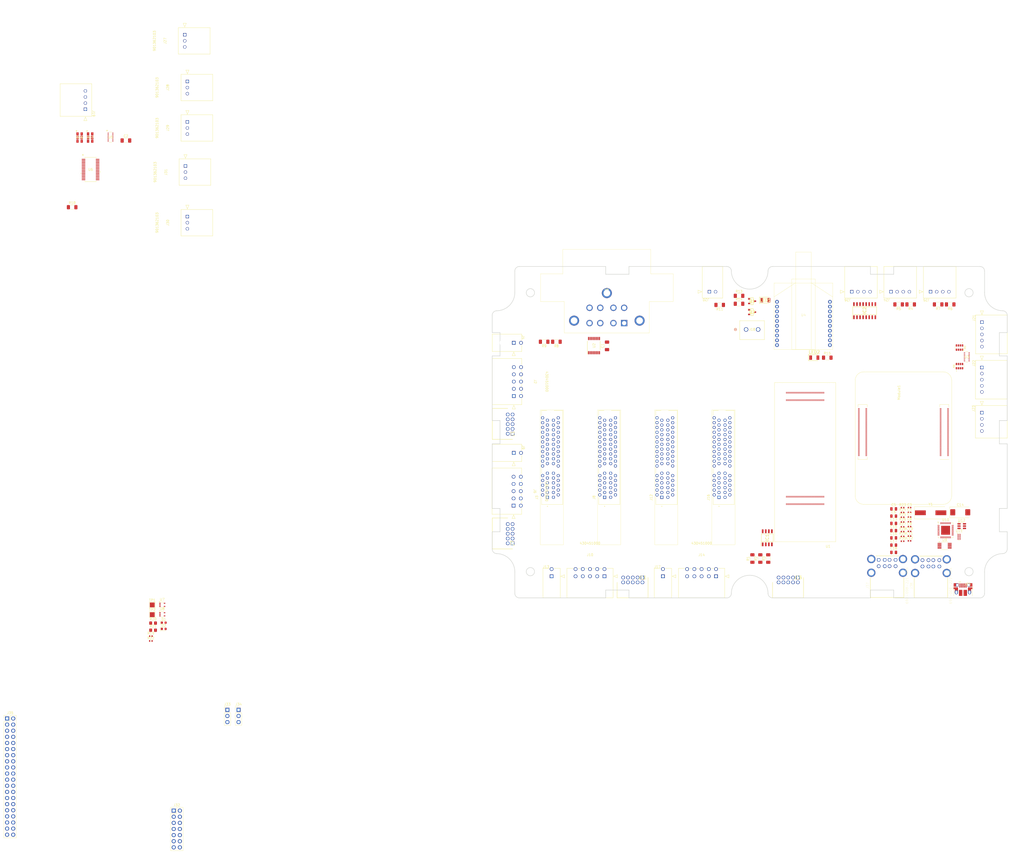
<source format=kicad_pcb>
(kicad_pcb (version 20240108) (generator "pcbnew") (generator_version "8.0")
  (layers (0 "F.Cu" signal) (31 "B.Cu" signal) (34 "B.Paste" user) (35 "F.Paste" user) (36 "B.SilkS" user "B.Silkscreen") (37 "F.SilkS" user "F.Silkscreen") (38 "B.Mask" user) (39 "F.Mask" user) (44 "Edge.Cuts" user))
  (net 0 "")
  (net 1 "/USB2-HUB/VBUS")
  (net 2 "Net-(D1-K)")
  (net 3 "Net-(D2-K)")
  (net 4 "GPIO4 RED LED")
  (net 5 "GPIO5 YELLOW LED")
  (net 6 "GPIO6 GREEN LED")
  (net 7 "H7_CAN1_TX")
  (net 8 "DVR_CAN_Hi_1")
  (net 9 "H7_CAN1_RX")
  (net 10 "DVR_CAN_Lo_1")
  (net 11 "DVR_C{slash}B+_1")
  (net 12 "DVR_A{slash}A+_1")
  (net 13 "DVR_+Vmot_1")
  (net 14 "DVR_+5VOUT_1")
  (net 15 "DVR_HALL1_1")
  (net 16 "DVR_HALL1_2")
  (net 17 "DVR_C{slash}B+_2")
  (net 18 "DVR_+Vmot_2")
  (net 19 "DVR_+5VOUT_2")
  (net 20 "DVR_A{slash}A+_2")
  (net 21 "DVR_HALL2_2")
  (net 22 "DVR_C{slash}B+_3")
  (net 23 "DVR_+5VOUT_3")
  (net 24 "DVR_AXISID2_3")
  (net 25 "DVR_BR{slash}B-_3")
  (net 26 "DVR_A{slash}A+_3")
  (net 27 "DVR_B{slash}A-_3")
  (net 28 "DVR_HALL3_3")
  (net 29 "DVR_OUT0_3")
  (net 30 "DVR_232TX_3")
  (net 31 "DVR_IN3{slash}LSN_3")
  (net 32 "DVR_OUT3{slash}READY_3")
  (net 33 "DVR_OUT2{slash}ERROR_3")
  (net 34 "DVR_+Vmot_3")
  (net 35 "DVR_B{slash}COS+_3")
  (net 36 "DVR_FDBK_3")
  (net 37 "DVR_REF_3")
  (net 38 "DVR_A{slash}SIN+_3")
  (net 39 "DVR_A-{slash}SIN-{slash}LH1_3")
  (net 40 "DVR_+Vlog_3")
  (net 41 "DVR_OUT1_3")
  (net 42 "DVR_AXISID1_3")
  (net 43 "DVR_Z+_3")
  (net 44 "DVR_IN1_3")
  (net 45 "DVR_AXISID0_3")
  (net 46 "DVR_HALL1_3")
  (net 47 "DVR_B-{slash}COS-{slash}LH2_3")
  (net 48 "DVR_232RX_3")
  (net 49 "DVR_Z-{slash}LH3_3")
  (net 50 "DVR_IN4{slash}ENABLE_3")
  (net 51 "DVR_IN0_3")
  (net 52 "DVR_IN2{slash}LSP_3")
  (net 53 "DVR_HALL2_3")
  (net 54 "DVR_C{slash}B+_4")
  (net 55 "DVR_+Vmot_4")
  (net 56 "DVR_HALL2_4")
  (net 57 "DVR_+5VOUT_4")
  (net 58 "DVR_A{slash}A+_4")
  (net 59 "DVR_HALL1_4")
  (net 60 "/CM4_GPIO ( Ethernet, GPIO, SDCARD)/GPIO13")
  (net 61 "/CM4_GPIO ( Ethernet, GPIO, SDCARD)/GPIO24")
  (net 62 "/CM4_GPIO ( Ethernet, GPIO, SDCARD)/GPIO7")
  (net 63 "/CM4_GPIO ( Ethernet, GPIO, SDCARD)/GPIO27")
  (net 64 "/CM4_GPIO ( Ethernet, GPIO, SDCARD)/GPIO3")
  (net 65 "/CM4_GPIO ( Ethernet, GPIO, SDCARD)/GPIO21")
  (net 66 "/CM4_GPIO ( Ethernet, GPIO, SDCARD)/GPIO26")
  (net 67 "RPI_GPIO_15_RX")
  (net 68 "/CM4_GPIO ( Ethernet, GPIO, SDCARD)/GPIO9")
  (net 69 "/CM4_GPIO ( Ethernet, GPIO, SDCARD)/GPIO4")
  (net 70 "/CM4_GPIO ( Ethernet, GPIO, SDCARD)/GPIO11")
  (net 71 "/CM4_GPIO ( Ethernet, GPIO, SDCARD)/GPIO20")
  (net 72 "/CM4_GPIO ( Ethernet, GPIO, SDCARD)/GPIO16")
  (net 73 "/CM4_GPIO ( Ethernet, GPIO, SDCARD)/GPIO8")
  (net 74 "/CM4_GPIO ( Ethernet, GPIO, SDCARD)/GPIO6")
  (net 75 "RPI_GPIO_14_TX")
  (net 76 "/CM4_GPIO ( Ethernet, GPIO, SDCARD)/GPIO22")
  (net 77 "/CM4_GPIO ( Ethernet, GPIO, SDCARD)/GPIO10")
  (net 78 "/CM4_GPIO ( Ethernet, GPIO, SDCARD)/ID_SC")
  (net 79 "/CM4_GPIO ( Ethernet, GPIO, SDCARD)/GPIO18")
  (net 80 "/CM4_GPIO ( Ethernet, GPIO, SDCARD)/GPIO17")
  (net 81 "/CM4_GPIO ( Ethernet, GPIO, SDCARD)/GPIO25")
  (net 82 "/CM4_GPIO ( Ethernet, GPIO, SDCARD)/GPIO23")
  (net 83 "/CM4_GPIO ( Ethernet, GPIO, SDCARD)/GPIO5")
  (net 84 "/CM4_GPIO ( Ethernet, GPIO, SDCARD)/GPIO19")
  (net 85 "/CM4_GPIO ( Ethernet, GPIO, SDCARD)/GPIO2")
  (net 86 "/CM4_GPIO ( Ethernet, GPIO, SDCARD)/GPIO12")
  (net 87 "/CM4_GPIO ( Ethernet, GPIO, SDCARD)/ID_SD")
  (net 88 "/CM4_GPIO ( Ethernet, GPIO, SDCARD)/WL_nDis")
  (net 89 "/CM4_GPIO ( Ethernet, GPIO, SDCARD)/BT_nDis")
  (net 90 "/CM4_GPIO ( Ethernet, GPIO, SDCARD)/RUN_PG")
  (net 91 "/CM4_GPIO ( Ethernet, GPIO, SDCARD)/GLOBAL_EN")
  (net 92 "/CM4_GPIO ( Ethernet, GPIO, SDCARD)/EEPROM_nWP")
  (net 93 "/CM4_GPIO ( Ethernet, GPIO, SDCARD)/nRPIBOOT")
  (net 94 "/CM4_GPIO ( Ethernet, GPIO, SDCARD)/SYNC_IN")
  (net 95 "/CM4_GPIO ( Ethernet, GPIO, SDCARD)/AIN1")
  (net 96 "/CM4_GPIO ( Ethernet, GPIO, SDCARD)/AIN0")
  (net 97 "/CM4_GPIO ( Ethernet, GPIO, SDCARD)/TV_OUT")
  (net 98 "/CM4_GPIO ( Ethernet, GPIO, SDCARD)/SYNC_OUT")
  (net 99 "Net-(Module1A-PI_nLED_Activity)")
  (net 100 "/CM4_GPIO ( Ethernet, GPIO, SDCARD)/nPWR_LED")
  (net 101 "/CM4_HighSpeed/USB2_N")
  (net 102 "/nEXTRST")
  (net 103 "/CM4_HighSpeed/USBOTG_ID")
  (net 104 "/CM4_HighSpeed/USB2_P")
  (net 105 "D0 STEPPER ENABLE")
  (net 106 "Net-(Q1-D)")
  (net 107 "ZIGBEE_IO")
  (net 108 "STEPPER_ENABLE")
  (net 109 "Net-(LED1-A)")
  (net 110 "CLAMP_C")
  (net 111 "BATT+")
  (net 112 "ENCODER1_PHASEB_IN")
  (net 113 "ENCODER1_PHASEB")
  (net 114 "ENCODER1_PHASEA")
  (net 115 "ENCODER1_PHASEZ_IN")
  (net 116 "ENCODER1_PHASEZ")
  (net 117 "H7_I2C0_SDA")
  (net 118 "H7_I2C0_SCL")
  (net 119 "ENCODER2_PHASEB")
  (net 120 "ENCODER2_PHASEB_IN")
  (net 121 "ENCODER2_PHASEA")
  (net 122 "ENCODER2_PHASEA_IN")
  (net 123 "ENCODER2_PHASEZ_IN")
  (net 124 "ENCODER2_PHASEZ")
  (net 125 "Net-(LED2-A)")
  (net 126 "/USB2-HUB/USBD_P")
  (net 127 "/USB2-HUB/USBD_N")
  (net 128 "/USB2-HUB/USBH_N")
  (net 129 "/USB2-HUB/USBH_P")
  (net 130 "/USB2-HUB/nOCS1")
  (net 131 "/USB2-HUB/PWR1")
  (net 132 "/USB2-HUB/HD2_N")
  (net 133 "/USB2-HUB/HD4_N")
  (net 134 "/USB2-HUB/HD3_P")
  (net 135 "/USB2-HUB/HD1_N")
  (net 136 "/USB2-HUB/HD3_N")
  (net 137 "/USB2-HUB/HD1_P")
  (net 138 "/USB2-HUB/HD4_P")
  (net 139 "/USB2-HUB/HD2_P")
  (net 140 "18V")
  (net 141 "3.3V")
  (net 142 "5V")
  (net 143 "24V")
  (net 144 "/CM4_HighSpeed/HDMI1_SCL")
  (net 145 "/CM4_HighSpeed/DSI0_D0_N")
  (net 146 "/CM4_HighSpeed/HDMI1_D1_P")
  (net 147 "/CM4_GPIO ( Ethernet, GPIO, SDCARD)/SD_DAT1")
  (net 148 "/CM4_HighSpeed/CAM1_D2_N")
  (net 149 "/CM4_HighSpeed/CAM0_D1_P")
  (net 150 "/CM4_HighSpeed/HDMI0_CK_N")
  (net 151 "/CM4_GPIO ( Ethernet, GPIO, SDCARD)/ETH_LEDY")
  (net 152 "/CM4_HighSpeed/DSI1_D1_N")
  (net 153 "/CM4_HighSpeed/HDMI0_SDA")
  (net 154 "/CM4_HighSpeed/HDMI1_D2_N")
  (net 155 "/CM4_HighSpeed/DSI1_D2_P")
  (net 156 "/CM4_HighSpeed/HDMI0_D0_N")
  (net 157 "/CM4_HighSpeed/CAM1_D3_P")
  (net 158 "/CM4_GPIO ( Ethernet, GPIO, SDCARD)/CAM_GPIO")
  (net 159 "/CM4_HighSpeed/PCIE_CLK_nREQ")
  (net 160 "/CM4_HighSpeed/CAM1_D0_N")
  (net 161 "/CM4_HighSpeed/DSI1_D2_N")
  (net 162 "/CM4_GPIO ( Ethernet, GPIO, SDCARD)/Reserved")
  (net 163 "/CM4_HighSpeed/DSI1_C_P")
  (net 164 "/CM4_HighSpeed/PCIE_CLK_N")
  (net 165 "/CM4_GPIO ( Ethernet, GPIO, SDCARD)/TRD0_N")
  (net 166 "/CM4_HighSpeed/CAM0_C_P")
  (net 168 "/CM4_HighSpeed/PCIE_nRST")
  (net 169 "/CM4_HighSpeed/DSI1_D0_P")
  (net 170 "/CM4_GPIO ( Ethernet, GPIO, SDCARD)/SD_DAT2")
  (net 171 "/CM4_HighSpeed/HDMI1_CK_P")
  (net 172 "/CM4_HighSpeed/DSI0_D0_P")
  (net 174 "/CM4_HighSpeed/HDMI1_SDA")
  (net 175 "/CM4_HighSpeed/HDMI1_D2_P")
  (net 176 "/CM4_HighSpeed/PCIE_RX_P")
  (net 177 "/CM4_HighSpeed/HDMI0_D0_P")
  (net 178 "/CM4_HighSpeed/CAM0_D0_P")
  (net 180 "/CM4_GPIO ( Ethernet, GPIO, SDCARD)/TRD1_P")
  (net 181 "/CM4_HighSpeed/CAM1_D0_P")
  (net 182 "/CM4_GPIO ( Ethernet, GPIO, SDCARD)/TRD3_P")
  (net 183 "/CM4_GPIO ( Ethernet, GPIO, SDCARD)/TRD2_P")
  (net 184 "/CM4_HighSpeed/CAM0_C_N")
  (net 185 "/CM4_HighSpeed/HDMI0_SCL")
  (net 186 "/CM4_HighSpeed/HDMI1_D0_P")
  (net 187 "/CM4_HighSpeed/HDMI0_D1_N")
  (net 188 "/CM4_HighSpeed/CAM0_D0_N")
  (net 189 "/CM4_HighSpeed/CAM1_D2_P")
  (net 191 "/CM4_HighSpeed/CAM1_C_N")
  (net 192 "/CM4_GPIO ( Ethernet, GPIO, SDCARD)/SD_DAT0")
  (net 193 "/CM4_HighSpeed/DSI1_D3_P")
  (net 194 "/CM4_GPIO ( Ethernet, GPIO, SDCARD)/SD_PWR_ON")
  (net 195 "/CM4_HighSpeed/HDMI0_CEC")
  (net 196 "/CM4_HighSpeed/CAM0_D1_N")
  (net 198 "/CM4_GPIO ( Ethernet, GPIO, SDCARD)/SCL0")
  (net 199 "/CM4_HighSpeed/DSI1_D1_P")
  (net 200 "/CM4_HighSpeed/CAM1_C_P")
  (net 201 "/CM4_HighSpeed/PCIE_CLK_P")
  (net 203 "/CM4_GPIO ( Ethernet, GPIO, SDCARD)/+1.8v")
  (net 204 "/CM4_HighSpeed/DSI0_C_P")
  (net 205 "/CM4_GPIO ( Ethernet, GPIO, SDCARD)/TRD2_N")
  (net 206 "/CM4_HighSpeed/DSI1_C_N")
  (net 207 "/CM4_HighSpeed/CAM1_D1_N")
  (net 208 "/CM4_HighSpeed/DSI1_D3_N")
  (net 209 "/CM4_HighSpeed/HDMI1_CK_N")
  (net 211 "/CM4_HighSpeed/DSI0_D1_N")
  (net 213 "/CM4_GPIO ( Ethernet, GPIO, SDCARD)/SDA0")
  (net 214 "/CM4_GPIO ( Ethernet, GPIO, SDCARD)/SD_DAT3")
  (net 215 "/CM4_HighSpeed/DSI0_D1_P")
  (net 216 "/CM4_HighSpeed/HDMI1_CEC")
  (net 217 "/CM4_GPIO ( Ethernet, GPIO, SDCARD)/GPIO_VREF")
  (net 218 "/CM4_HighSpeed/PCIE_TX_N")
  (net 219 "/CM4_HighSpeed/HDMI0_D1_P")
  (net 220 "/CM4_HighSpeed/HDMI0_CK_P")
  (net 221 "/CM4_HighSpeed/DSI0_C_N")
  (net 222 "/CM4_HighSpeed/HDMI0_D2_N")
  (net 223 "/CM4_HighSpeed/CAM1_D3_N")
  (net 224 "/CM4_HighSpeed/DSI1_D0_N")
  (net 225 "/CM4_GPIO ( Ethernet, GPIO, SDCARD)/TRD3_N")
  (net 226 "/CM4_HighSpeed/PCIE_TX_P")
  (net 227 "/CM4_HighSpeed/HDMI1_HOTPLUG")
  (net 228 "/CM4_HighSpeed/HDMI1_D0_N")
  (net 229 "/CM4_GPIO ( Ethernet, GPIO, SDCARD)/TRD0_P")
  (net 230 "/CM4_HighSpeed/HDMI1_D1_N")
  (net 231 "/CM4_GPIO ( Ethernet, GPIO, SDCARD)/SD_CMD")
  (net 232 "/CM4_GPIO ( Ethernet, GPIO, SDCARD)/TRD1_N")
  (net 233 "/CM4_HighSpeed/HDMI0_D2_P")
  (net 234 "/CM4_HighSpeed/HDMI0_HOTPLUG")
  (net 235 "/CM4_HighSpeed/CAM1_D1_P")
  (net 236 "/CM4_GPIO ( Ethernet, GPIO, SDCARD)/ETH_LEDG")
  (net 237 "/CM4_HighSpeed/PCIE_RX_N")
  (net 238 "/CM4_GPIO ( Ethernet, GPIO, SDCARD)/SD_CLK")
  (net 239 "PWM5")
  (net 240 "PWM4")
  (net 241 "PWM6")
  (net 242 "PWM7")
  (net 243 "PWM2")
  (net 244 "PWM1")
  (net 245 "PWM0")
  (net 246 "PWM3")
  (net 247 "CLAMP_NC")
  (net 248 "18V_IN")
  (net 249 "Net-(Q1-S)")
  (net 250 "BAT_MON_73_A0")
  (net 251 "UT2_77_A2")
  (net 252 "UT2_SIGNAL")
  (net 253 "UT1_75_A1")
  (net 254 "UT1_SIGNAL")
  (net 255 "ENCODER1_PHASEA_IN")
  (net 261 "Net-(R22-Pad2)")
  (net 262 "Net-(J36-VBUS)")
  (net 264 "GND")
  (net 265 "LED_GREEN")
  (net 266 "LED_YELLOW")
  (net 267 "LED_RED")
  (net 268 "DVR_B{slash}A-_1")
  (net 269 "DVR_BR{slash}B-_1")
  (net 270 "DVR_FDBK_1")
  (net 271 "DVR_A-{slash}SIN-{slash}LH1_1")
  (net 272 "DVR_OUT3{slash}READY_1")
  (net 273 "DVR_A{slash}SIN+_1")
  (net 274 "DVR_OUT2{slash}ERROR_1")
  (net 275 "DVR_IN3{slash}LSN_1")
  (net 276 "DVR_HALL3_1")
  (net 277 "DVR_Z+_1")
  (net 278 "DVR_Z-{slash}LH3_1")
  (net 279 "DVR_HALL2_1")
  (net 280 "DVR_IN1_1")
  (net 281 "DVR_AXISID1_1")
  (net 282 "DVR_B-{slash}COS-{slash}LH2_1")
  (net 283 "DVR_232TX_1")
  (net 284 "DVR_B{slash}COS+_1")
  (net 285 "DVR_AXISID0_1")
  (net 286 "DVR_IN4{slash}ENABLE_1")
  (net 287 "DVR_OUT1_1")
  (net 288 "DVR_IN2{slash}LSP_1")
  (net 289 "DVR_+Vlog_1")
  (net 290 "DVR_OUT0_1")
  (net 291 "DVR_AXISID2_1")
  (net 292 "DVR_IN0_1")
  (net 293 "DVR_232RX_1")
  (net 294 "DVR_REF_1")
  (net 295 "DVR_Z+_2")
  (net 296 "DVR_OUT1_2")
  (net 297 "DVR_BR{slash}B-_2")
  (net 298 "DVR_+Vlog_2")
  (net 299 "DVR_B{slash}A-_2")
  (net 300 "DVR_IN3{slash}LSN_2")
  (net 301 "DVR_Z-{slash}LH3_2")
  (net 302 "DVR_IN4{slash}ENABLE_2")
  (net 303 "DVR_IN2{slash}LSP_2")
  (net 304 "DVR_IN0_2")
  (net 305 "DVR_AXISID1_2")
  (net 306 "DVR_OUT2{slash}ERROR_2")
  (net 307 "DVR_OUT3{slash}READY_2")
  (net 308 "DVR_HALL3_2")
  (net 309 "DVR_A{slash}SIN+_2")
  (net 310 "DVR_REF_2")
  (net 311 "DVR_FDBK_2")
  (net 312 "DVR_IN1_2")
  (net 313 "DVR_OUT0_2")
  (net 314 "DVR_232TX_2")
  (net 315 "DVR_AXISID2_2")
  (net 316 "DVR_B-{slash}COS-{slash}LH2_2")
  (net 317 "DVR_AXISID0_2")
  (net 318 "DVR_B{slash}COS+_2")
  (net 319 "DVR_232RX_2")
  (net 320 "DVR_A-{slash}SIN-{slash}LH1_2")
  (net 321 "DVR_A-{slash}SIN-{slash}LH1_4")
  (net 322 "DVR_AXISID2_4")
  (net 323 "DVR_OUT2{slash}ERROR_4")
  (net 324 "DVR_OUT3{slash}READY_4")
  (net 325 "DVR_IN1_4")
  (net 326 "DVR_BR{slash}B-_4")
  (net 327 "DVR_B{slash}A-_4")
  (net 328 "DVR_AXISID1_4")
  (net 329 "DVR_B-{slash}COS-{slash}LH2_4")
  (net 330 "DVR_232TX_4")
  (net 331 "DVR_FDBK_4")
  (net 332 "DVR_Z-{slash}LH3_4")
  (net 333 "DVR_HALL3_4")
  (net 334 "DVR_IN3{slash}LSN_4")
  (net 335 "DVR_A{slash}SIN+_4")
  (net 336 "DVR_REF_4")
  (net 337 "DVR_IN0_4")
  (net 338 "DVR_IN4{slash}ENABLE_4")
  (net 339 "DVR_Z+_4")
  (net 340 "DVR_+Vlog_4")
  (net 341 "DVR_232RX_4")
  (net 342 "DVR_B{slash}COS+_4")
  (net 343 "DVR_IN2{slash}LSP_4")
  (net 344 "DVR_OUT1_4")
  (net 345 "DVR_AXISID0_4")
  (net 346 "DVR_OUT0_4")
  (net 347 "D7 CS")
  (net 348 "GPIO0 DIR 1")
  (net 349 "D2 STEP 2")
  (net 350 "D4 STEP 4")
  (net 351 "GPIO2 DIR 3")
  (net 352 "D8 COPI")
  (net 353 "GPIO3 DIR 4")
  (net 354 "GPIO1 DIR 2")
  (net 355 "D10 CIPO")
  (net 356 "D9 CK")
  (net 357 "D3 STEP 3")
  (net 358 "D1 STEP 1")
  (net 359 "Net-(U10-XTALIN{slash}CLKIN)")
  (net 360 "Net-(U10-XTALOUT)")
  (net 389 "Net-(J32-Pin_13)")
  (net 392 "Net-(U6-LED0)")
  (net 393 "Net-(U6-LED1)")
  (net 394 "Net-(U6-LED2)")
  (net 395 "Net-(U6-LED3)")
  (net 396 "Net-(U6-LED7)")
  (net 397 "Net-(U6-LED4)")
  (net 398 "Net-(U6-LED6)")
  (net 399 "Net-(U6-LED5)")
  (net 400 "Net-(U6-*OE)")
  (net 401 "Net-(U10-SCL{slash}SMBCLK{slash}CFG_SEL0)")
  (net 402 "Net-(U10-SDA{slash}SMBDATA{slash}NON_REM1)")
  (net 403 "Net-(U10-SUSP_IND{slash}LOCAL_PWR{slash}NON_REM0)")
  (net 404 "Net-(U10-RBIAS)")
  (net 405 "Net-(U10-HS_IND{slash}CFG_SEL1)")
  (net 406 "Net-(U12-ILIM)")
  (net 411 "Net-(U1A-VSYS-PadJ1_53)")
  (net 424 "Net-(U1A-GND-PadJ1_31)")
  (net 545 "Net-(U6-A5)")
  (net 549 "Net-(U6-A0)")
  (net 550 "Net-(U6-A2)")
  (net 551 "Net-(U6-A1)")
  (net 553 "Net-(U6-A3)")
  (net 554 "Net-(U6-A4)")
  (net 569 "Net-(U11-D1-)")
  (net 570 "Net-(U11-D1+)")
  (footprint "Resistor_SMD:R_1206_3216Metric_Pad1.30x1.75mm_HandSolder" (layer "F.Cu") (at 249.3 244.1 180)
    (property "Reference" "R7")
    (property "Value" "1k 1/8w")
  )
  (footprint "Resistor_SMD:R_1206_3216Metric_Pad1.30x1.75mm_HandSolder" (layer "F.Cu") (at -110.0527 203.728199)
    (property "Reference" "R18")
    (property "Value" "10k")
  )
  (footprint "avid_footprints:430451000" (layer "F.Cu") (at 73.119999 327.639996 -90)
    (property "Reference" "J6")
    (property "Value" "430451000")
  )
  (footprint "Resistor_SMD:R_1206_3216Metric_Pad1.30x1.75mm_HandSolder" (layer "F.Cu") (at 178.8 349.61 90)
    (property "Reference" "R3")
    (property "Value" "120")
  )
  (footprint "Resistor_SMD:R_0805_2012Metric_Pad1.20x1.40mm_HandSolder" (layer "F.Cu") (at -76.465 379.365)
    (property "Reference" "R21")
    (property "Value" "nf")
  )
  (footprint "Resistor_SMD:R_0402_1005Metric" (layer "F.Cu") (at 234.53 332.4625)
    (property "Reference" "R25")
    (property "Value" "36K 1%")
  )
  (footprint "avid_footprints:CAY16_221J4LF" (layer "F.Cu") (at -102.58 174.802401)
    (property "Reference" "R17")
    (property "Value" "CAY16-221J4LF")
  )
  (footprint "avid_footprints:87833-1019" (layer "F.Cu") (at 126.599985 357.5 180)
    (property "Reference" "J11")
    (property "Value" "87833-1019" (hide yes))
  )
  (footprint "avid_footprints:CAY16_221J4LF" (layer "F.Cu") (at -106.9582 174.802401)
    (property "Reference" "R16")
    (property "Value" "CAY16-221J4LF")
  )
  (footprint "avid_footprints:901362104" (layer "F.Cu") (at 213.450352 238.83 180)
    (property "Reference" "J26")
    (property "Value" "UT2")
  )
  (footprint "avid_footprints:691137710002" (layer "F.Cu") (at 169.6049 254.502701)
    (property "Reference" "J18")
    (property "Value" "691137710002")
  )
  (footprint "LED_SMD:LED_0603_1608Metric" (layer "F.Cu") (at -72.045 376.235)
    (property "Reference" "D1")
    (property "Value" "LED Green")
  )
  (footprint "avid_footprints:430450200" (layer "F.Cu") (at 73.199999 305.739649 -90)
    (property "Reference" "J9")
    (property "Value" "430450200")
  )
  (footprint "Package_DFN_QFN:QFN-36-1EP_6x6mm_P0.5mm_EP3.7x3.7mm" (layer "F.Cu") (at 252.4 337.8625)
    (property "Reference" "U10")
    (property "Value" "USB2514B-I/M2")
  )
  (footprint "Connector_PinHeader_2.54mm:PinHeader_2x07_P2.54mm_Vertical" (layer "F.Cu") (at -67.9 454.28)
    (property "Reference" "J32")
    (property "Value" "Conn_02x07_Odd_Even")
  )
  (footprint "avid_footprints:901362102" (layer "F.Cu") (at 154.390349 238.83 180)
    (property "Reference" "J20")
    (property "Value" "901362102")
  )
  (footprint "Capacitor_SMD:C_0805_2012Metric" (layer "F.Cu") (at 230.85 332.0025)
    (property "Reference" "C6")
    (property "Value" "10u")
  )
  (footprint "avid_footprints:87833-1019" (layer "F.Cu") (at 72.7 297.8 90)
    (property "Reference" "J1")
    (property "Value" "87833-1019" (hide yes))
  )
  (footprint "Resistor_SMD:R_0402_1005Metric" (layer "F.Cu") (at -77.385 383.825)
    (property "Reference" "R22")
    (property "Value" "1k")
  )
  (footprint "avid_footprints:RESCAXE80P320X160X70-8N" (layer "F.Cu") (at 258.16 262.015 -90)
    (property "Reference" "R12")
    (property "Value" "YC164-JR-072KL")
  )
  (footprint "avid_footprints:SOT361-1_NXP" (layer "F.Cu") (at -102.4121 188.075599)
    (property "Reference" "U6")
    (property "Value" "PCA9685PW")
  )
  (footprint "avid_footprints:AMPHENOL_10018783-10101TLF" (layer "F.Cu") (at 135.883333 312.53 90)
    (property "Reference" "J12")
    (property "Value" "10018783-10101TLF")
  )
  (footprint "Capacitor_SMD:C_0402_1005Metric" (layer "F.Cu") (at 237.42 334.3825)
    (property "Reference" "C8")
    (property "Value" "100n")
  )
  (footprint "Capacitor_SMD:C_0402_1005Metric" (layer "F.Cu") (at 237.42 332.4125)
    (property "Reference" "C7")
    (property "Value" "100n")
  )
  (footprint "Resistor_SMD:R_1206_3216Metric_Pad1.30x1.75mm_HandSolder" (layer "F.Cu") (at 175.51 349.61 90)
    (property "Reference" "R2")
    (property "Value" "10k")
  )
  (footprint "avid_footprints:DT1308PB" (layer "F.Cu") (at 119 251.85 90)
    (property "Reference" "J5")
    (property "Value" "DT13-08PB" (hide yes))
  )
  (footprint "Resistor_SMD:R_1206_3216Metric_Pad1.30x1.75mm_HandSolder" (layer "F.Cu") (at 166.675 240.53)
    (property "Reference" "R13")
    (property "Value" "86ohm, 1/10w")
  )
  (footprint "avid_footprints:SOT95P240X110-3N" (layer "F.Cu") (at 172.1 247.3)
    (property "Reference" "Q2")
    (property "Value" "BSS806NH6327XTSA1" (hide yes))
  )
  (footprint "avid_footprints:XB3-24AST-J" (layer "F.Cu") (at 193.4 249)
    (property "Reference" "U4")
    (property "Value" "~")
  )
  (footprint "Resistor_SMD:R_0402_1005Metric" (layer "F.Cu") (at 234.53 334.4525)
    (property "Reference" "R26")
    (property "Value" "36K 1%")
  )
  (footprint "avid_footprints:87833-1019" (layer "F.Cu") (at 191.1 357.5 180)
    (property "Reference" "J15")
    (property "Value" "87833-1019" (hide yes))
  )
  (footprint "Resistor_SMD:R_0402_1005Metric" (layer "F.Cu") (at 234.53 336.4425)
    (property "Reference" "R27")
    (property "Value" "36K 1%")
  )
  (footprint "avid_footprints:901362103" (layer "F.Cu") (at -63.329999 132.120351 90)
    (property "Reference" "J27")
    (property "Value" "901362103")
  )
  (footprint "Resistor_SMD:R_1206_3216Metric_Pad1.30x1.75mm_HandSolder" (layer "F.Cu") (at 237.9 244.1 180)
    (property "Reference" "R4")
    (property "Value" "4k")
  )
  (footprint "avid_footprints:901362104" (layer "F.Cu") (at 246.150352 238.83 180)
    (property "Reference" "J25")
    (property "Value" "UT1")
  )
  (footprint "Capacitor_SMD:C_0805_2012Metric" (layer "F.Cu") (at 230.85 344.0425)
    (property "Reference" "C17")
    (property "Value" "10u")
  )
  (footprint "Resistor_SMD:R_0402_1005Metric" (layer "F.Cu") (at 234.53 330.4725)
    (property "Reference" "R24")
    (property "Value" "2.2K 1%")
  )
  (footprint "Capacitor_SMD:C_1206_3216Metric_Pad1.33x1.80mm_HandSolder" (layer "F.Cu") (at 111.9 261.3 90)
    (property "Reference" "C1")
    (property "Value" "0.1uF")
  )
  (footprint "avid_footprints:PW0016A_N" (layer "F.Cu") (at 106.5 261.2 90)
    (property "Reference" "U2")
    (property "Value" "INA260AIPWR")
  )
  (footprint "Capacitor_SMD:C_0402_1005Metric" (layer "F.Cu") (at 237.42 336.3525)
    (property "Reference" "C9")
    (property "Value" "100n")
  )
  (footprint "Resistor_SMD:R_1206_3216Metric_Pad1.30x1.75mm_HandSolder" (layer "F.Cu") (at 254.3 244.1 180)
    (property "Reference" "R6")
    (property "Value" "4k")
  )
  (footprint "Package_SON:USON-10_2.5x1.0mm_P0.5mm" (layer "F.Cu") (at 257.985 340.6075)
    (property "Reference" "U11")
    (property "Value" "TPD4EUSB30")
  )
  (footprint "avid_footprints:TJA1049T,118" (layer "F.Cu") (at 178.4 341 90)
    (property "Reference" "IC1")
    (property "Value" "TJA1049T,118" (hide yes))
  )
  (footprint "avid_footprints:SOIC127P600X175-16N" (layer "F.Cu") (at 218.8 246.7 90)
    (property "Reference" "IC2")
    (property "Value" "MC1413DR2G" (hide yes))
  )
  (footprint "avid_footprints:USB_Micro-B_EDAC_UCON00686" (layer "F.Cu") (at 259.6 363.62)
    (property "Reference" "J36")
    (property "Value" "USB_OTG")
  )
  (footprint "avid_footprints:901362103" (layer "F.Cu") (at -62.229999 207.620351 90)
    (property "Reference" "J30")
    (property "Value" "901362103")
  )
  (footprint "Connector_PinHeader_2.54mm:PinHeader_1x03_P2.54mm_Vertical" (layer "F.Cu") (at -45.64 412.44)
    (property "Reference" "J33")
    (property "Value" "Conn_01x03")
  )
  (footprint "Resistor_SMD:R_0402_1005Metric" (layer "F.Cu") (at 234.53 340.4225)
    (property "Reference" "R29")
    (property "Value" "36K 1%")
  )
  (footprint "avid_footprints:AMPHENOL_10018783-10101TLF" (layer "F.Cu") (at 112.15 312.53 90)
    (property "Reference" "J8")
    (property "Value" "10018783-10101TLF")
  )
  (footprint "avid_footprints:LEDC3216X130N" (layer "F.Cu") (at 177.6 242.35)
    (property "Reference" "LED1")
    (property "Value" "QTLP650C2TR" (hide yes))
  )
  (footprint "Capacitor_SMD:C_0402_1005Metric" (layer "F.Cu") (at 237.42 342.2625)
    (property "Reference" "C12")
    (property "Value" "100n")
  )
  (footprint "avid_footprints:RES_YC248_4X1P6_YAG" (layer "F.Cu") (at -94.1348 174.650001)
    (property "Reference" "U5")
    (property "Value" "YC248-JR-0710KL")
  )
  (footprint "avid_footprints:430451000" (layer "F.Cu") (at 73.219999 282.140011 -90)
    (property "Reference" "J2")
    (property "Value" "430451000")
  )
  (footprint "avid_footprints:901362104" (layer "F.Cu") (at -104.550351 163.070001 -90)
    (property "Reference" "J19")
    (property "Value" "901362104")
  )
  (footprint "Capacitor_SMD:C_0402_1005Metric" (layer "F.Cu") (at 237.42 340.2925)
    (property "Reference" "C11")
    (property "Value" "100n")
  )
  (footprint "Resistor_SMD:R_1206_3216Metric_Pad1.30x1.75mm_HandSolder" (layer "F.Cu") (at 158.65 244.3 180)
    (property "Reference" "R11")
    (property "Value" "10k 1/8W")
  )
  (footprint "avid_footprints:901362105" (layer "F.Cu") (at 267.470001 251.480351 90)
    (property "Reference" "J21")
    (property "Value" "ENC1")
  )
  (footprint "avid_footprints:430451000" (layer "F.Cu") (at 110.839996 356.980001)
    (property "Reference" "J10")
    (property "Value" "430451000")
  )
  (footprint "Capacitor_SMD:C_0805_2012Metric" (layer "F.Cu") (at 230.85 347.0525)
    (property "Reference" "C18")
    (property "Value" "10u")
  )
  (footprint "Connector_PinHeader_2.54mm:PinHeader_2x20_P2.54mm_Vertical" (layer "F.Cu") (at -137.04 416.02)
    (property "Reference" "J35")
    (property "Value" "THD-20-R")
  )
  (footprint "avid_footprints:901362103" (layer "F.Cu") (at -62.229999 151.520351 90)
    (property "Reference" "J28")
    (property "Value" "901362103")
  )
  (footprint "Capacitor_SMD:C_0402_1005Metric" (layer "F.Cu") (at 237.42 338.3225)
    (property "Reference" "C10")
    (property "Value" "100n")
  )
  (footprint "Capacitor_SMD:C_0805_2012Metric" (layer "F.Cu") (at 230.85 341.0325)
    (property "Reference" "C16")
    (property "Value" "10u")
  )
  (footprint "avid_footprints:901362103" (layer "F.Cu") (at -63.029999 186.620351 90)
    (property "Reference" "J31")
    (property "Value" "901362103")
  )
  (footprint "TestPoint:TestPoint_Pad_2.0x2.0mm" (layer "F.Cu") (at -76.815 372.915)
    (property "Reference" "TP2")
    (property "Value" "TestPoint")
  )
  (footprint "Capacitor_Tantalum_SMD:CP_EIA-7343-31_Kemet-D" (layer "F.Cu") (at 258.475 330.4125)
    (property "Reference" "C14")
    (property "Value" "100uF")
  )
  (footprint "avid_footprints:430450200" (layer "F.Cu") (at 135.1 356.980001)
    (property "Reference" "J17")
    (property "Value" "430450200")
  )
  (footprint "Package_TO_SOT_SMD:SOT-353_SC-70-5" (layer "F.Cu") (at -72.665 368.84)
    (property "Reference" "U7")
    (property "Value" "74LVC1G07SE-7")
  )
  (footprint "avid_footprints:901362104" (layer "F.Cu") (at 267.440001 289.050703 90)
    (property "Reference" "J23")
    (property "Value" "901362104")
  )
  (footprint "Resistor_SMD:R_1206_3216Metric_Pad1.30x1.75mm_HandSolder" (layer "F.Cu") (at 172.22 349.61 90)
    (property "Reference" "R1")
    (property "Value" "10k")
  )
  (footprint "avid_footprints:AMPHENOL_10018783-10101TLF" (layer "F.Cu") (at 88.416667 312.53 90)
    (property "Reference" "J3")
    (property "Value" "10018783-10101TLF")
  )
  (footprint "avid_footprints:RESCAXE80P320X160X70-8N" (layer "F.Cu") (at 258.16 269.715 90)
    (property "Reference" "R10")
    (property "Value" "YC164-JR-072KL")
  )
  (footprint "Resistor_SMD:R_1206_3216Metric_Pad1.30x1.75mm_HandSolder" (layer "F.Cu") (at 166.675 243.82)
    (property "Reference" "R14")
    (property "Value" "10k 1/8W")
  )
  (footprint "Resistor_SMD:R_1206_3216Metric_Pad1.30x1.75mm_HandSolder" (layer "F.Cu") (at 85.8 259.6 180)
    (property "Reference" "R9")
    (property "Value" "10k 1/8w")
  )
  (footprint "Capacitor_SMD:C_0805_2012Metric" (layer "F.Cu") (at 230.85 338.0225)
    (property "Reference" "C15")
    (property "Value" "10u")
  )
  (footprint "avid_footprints:LEDC3216X130N" (layer "F.Cu") (at 197.9 266.2)
    (property "Reference" "LED2")
    (property "Value" "QTLP650C2TR" (hide yes))
  )
  (footprint "Resistor_SMD:R_0402_1005Metric" (layer "F.Cu") (at 234.53 328.4825)
    (property "Reference" "R23")
    (property "Value" "2.2K 1%")
  )
  (footprint "avid_footprints:901362103" (layer "F.Cu") (at -62.229999 168.320351 90)
    (property "Reference" "J29")
    (property "Value" "901362103")
  )
  (footprint "Capacitor_SMD:C_1206_3216Metric_Pad1.33x1.80mm_HandSolder" (layer "F.Cu") (at -87.7423 176.048201)
    (property "Reference" "C2")
    (property "Value" "10uF")
  )
  (footprint "LED_SMD:LED_0603_1608Metric" (layer "F.Cu") (at -72.045 378.825)
    (property "Reference" "D2")
    (property "Value" "LED Red")
  )
  (footprint "Package_SO:MSOP-10_3x3mm_P0.5mm" (layer "F.Cu") (at 251.98 344.3125)
    (property "Reference" "U9")
    (property "Value" "FSUSB42MUX")
  )
  (footprint "Capacitor_SMD:C_0805_2012Metric" (layer "F.Cu") (at 230.85 328.9925)
    (property "Reference" "C5")
    (property "Value" "10u")
  )
  (footprint "Capacitor_SMD:C_0402_1005Metric" (layer "F.Cu") (at 237.42 330.4425)
    (property "Reference" "C4")
    (property "Value" "27pF")
  )
  (footprint "avid_footprints:MOLEX_USB_67298-4090" (layer "F.Cu") (at 246.3 355.6075)
    (property "Reference" "J38")
    (property "Value" "690-008-221-904")
  )
  (footprint "Resistor_SMD:R_1206_3216Metric_Pad1.30x1.75mm_HandSolder" (layer "F.Cu") (at 203.3 266.2)
    (property "Reference" "R15")
    (property "Value" "86ohm, 1/10w")
  )
  (footprint "avid_footprints:MOLEX_USB_67298-4090" (layer "F.Cu") (at 228.13 355.5)
    (property "Reference" "J37")
    (property "Value" "690-008-221-904")
  )
  (footprint "Capacitor_SMD:C_0402_1005Metric" (layer "F.Cu") (at 237.42 328.4725)
    (property "Reference" "C3")
    (property "Value" "27pF")
  )
  (footprint "avid_footprints:AMPHENOL_10018783-10101TLF" (layer "F.Cu") (at 159.616667 312.53 90)
    (property "Reference" "J16")
    (property "Value" "10018783-10101TLF")
  )
  (footprint "avid_footprints:MODULE_ABX00042" (layer "F.Cu") (at 194.1 309.6 180)
    (property "Reference" "U1")
    (property "Value" "ABX00042")
  )
  (footprint "avid_footprints:430450200" (layer "F.Cu") (at 88.9 356.980001)
    (property "Reference" "J13")
    (property "Value" "430450200")
  )
  (footprint "Package_TO_SOT_SMD:SOT-353_SC-70-5" (layer "F.Cu") (at -72.665 372.765)
    (property "Reference" "U8")
    (property "Value" "74LVC1G07SE-7")
  )
  (footprint "Resistor_SMD:R_0805_2012Metric_Pad1.20x1.40mm_HandSolder" (layer "F.Cu") (at -76.465 376.415)
    (property "Reference" "R20")
    (property "Value" "0R")
  )
  (footprint "avid_footprints:RES_YC248_4X1P6_YAG" (layer "F.Cu") (at 261.1948 265.865001)
    (property "Reference" "U3")
    (property "Value" "1k")
  )
  (footprint "avid_footprints:87833-1019" (layer "F.Cu") (at 72.7 343.3 90)
    (property "Reference" "J7")
    (property "Value" "87833-1019" (hide yes))
  )
  (footprint "Connector_PinHeader_2.54mm:PinHeader_1x03_P2.54mm_Vertical" (layer "F.Cu") (at -40.99 412.44)
    (property "Reference" "J34")
    (property "Value" "Conn_01x03")
  )
  (footprint "Capacitor_SMD:C_0805_2012Metric" (layer "F.Cu") (at 230.85 335.0125)
    (property "Reference" "C13")
    (property "Value" "10u")
  )
  (footprint "avid_footprints:430451000" (layer "F.Cu") (at 157.139996 356.980001)
    (property "Reference" "J14")
    (property "Value" "430451000")
  )
  (footprint "Resistor_SMD:R_1206_3216Metric_Pad1.30x1.75mm_HandSolder" (layer "F.Cu") (at 232.9 244.1 180)
    (property "Reference" "R5")
    (property "Value" "1k 1/8w")
  )
  (footprint "avid_footprints:901362104" (layer "F.Cu") (at 229.750352 238.83 180)
    (property "Reference" "J24")
    (property "Value" "LED")
  )
  (footprint "Crystal:Crystal_SMD_HC49-SD" (layer "F.Cu") (at 246.18 330.6125)
    (property "Reference" "Y1")
    (property "Value" "24MHz")
  )
  (footprint "Resistor_SMD:R_0402_1005Metric" (layer "F.Cu") (at 234.53 342.4125)
    (property "Reference" "R30")
    (property "Value" "15K 1%")
  )
  (footprint "Package_TO_SOT_SMD:SOT-23-6" (layer "F.Cu") (at 259.1 336.1375)
    (property "Reference" "U12")
    (property "Value" "AP22653W6")
  )
  (footprint "Resistor_SMD:R_1206_3216Metric_Pad1.30x1.75mm_HandSolder" (layer "F.Cu") (at 90.9 259.6 180)
    (property "Reference" "R8")
    (property "Value" "100k 1/8W")
  )
  (footprint "avid_footprints:430450200" (layer "F.Cu") (at 73.2 260.039649 -90)
    (property "Reference" "J4")
    (property "Value" "430450200")
  )
  (footprint "avid_footprints:SOT95P240X110-3N" (layer "F.Cu") (at 172.1 242.75)
    (property "Reference" "Q1")
    (property "Value" "BSS806NH6327XTSA1" (hide yes))
  )
  (footprint "avid_footprints:901362105" (layer "F.Cu") (at 267.440002 270.280702 90)
    (property "Reference" "J22")
    (property "Value" "ENC2")
  )
  (footprint "avid_footprints:Raspberry-Pi-4-Compute-Module" (layer "F.Cu") (at 251.4 275.6 180)
    (property "Reference" "Module1")
    (property "Value" "ComputeModule4")
  )
  (footprint "TestPoint:TestPoint_Pad_2.0x2.0mm" (layer "F.Cu") (at -76.815 368.865)
    (property "Reference" "TP1")
    (property "Value" "TestPoint")
  )
  (footprint "Resistor_SMD:R_0402_1005Metric" (layer "F.Cu") (at 234.53 338.4325)
    (property "Reference" "R28")
    (property "Value" "12K 1%")
  )
  (footprint "Resistor_SMD:R_0402_1005Metric" (layer "F.Cu") (at -77.385 381.835)
    (property "Reference" "R19")
    (property "Value" "1k")
  )
  (gr_arc (start 268.557191 364.065324) (mid 268.00435 365.4) (end 266.669674 365.952841) (stroke (width 0.2)) (layer "Edge.Cuts"))
  (gr_circle (center 80.106675 239.249725) (end 80.106675 237.535225) (stroke (width 0.2)) (fill none) (layer "Edge.Cuts"))
  (gr_line (start 277.955191 265.470036) (end 274.711937 265.470036) (stroke (width 0.2)) (layer "Edge.Cuts"))
  (gr_line (start 64.249159 301.976336) (end 64.249159 328.828014) (stroke (width 0.2)) (layer "Edge.Cuts"))
  (gr_line (start 274.711937 301.976336) (end 274.711937 292.321714) (stroke (width 0.2)) (layer "Edge.Cuts"))
  (gr_arc (start 64.249159 248.621825) (mid 64.794867 247.294279) (end 66.116488 246.734374) (stroke (width 0.2)) (layer "Edge.Cuts"))
  (gr_line (start 64.249159 328.828014) (end 67.492413 328.828014) (stroke (width 0.2)) (layer "Edge.Cuts"))
  (gr_line (start 221.202364 228.345209) (end 180.601232 228.345209) (stroke (width 0.2)) (layer "Edge.Cuts"))
  (gr_line (start 111.347364 362.709587) (end 121.001986 362.709587) (stroke (width 0.2)) (layer "Edge.Cuts"))
  (gr_line (start 73.647159 230.232725) (end 73.647159 239.122725) (stroke (width 0.2)) (layer "Edge.Cuts"))
  (gr_line (start 67.492413 338.482636) (end 64.249159 338.482636) (stroke (width 0.2)) (layer "Edge.Cuts"))
  (gr_arc (start 75.534676 365.952841) (mid 74.2 365.4) (end 73.647159 364.065324) (stroke (width 0.2)) (layer "Edge.Cuts"))
  (gr_circle (center 262.097675 355.048325) (end 262.097675 353.333825) (stroke (width 0.2)) (fill none) (layer "Edge.Cuts"))
  (gr_line (start 75.534676 365.952841) (end 111.347364 365.952841) (stroke (width 0.2)) (layer "Edge.Cuts"))
  (gr_line (start 221.202364 231.588463) (end 221.202364 228.345209) (stroke (width 0.2)) (layer "Edge.Cuts"))
  (gr_line (start 67.492413 265.470036) (end 64.249159 265.470036) (stroke (width 0.2)) (layer "Edge.Cuts"))
  (gr_line (start 67.492413 292.321714) (end 67.492413 301.976336) (stroke (width 0.2)) (layer "Edge.Cuts"))
  (gr_arc (start 277.955191 345.676268) (mid 277.409453 347.003759) (end 276.087862 347.563676) (stroke (width 0.2)) (layer "Edge.Cuts"))
  (gr_line (start 121.001986 365.952841) (end 161.603119 365.952841) (stroke (width 0.2)) (layer "Edge.Cuts"))
  (gr_line (start 64.249159 338.482636) (end 64.249159 345.676269) (stroke (width 0.2)) (layer "Edge.Cuts"))
  (gr_line (start 121.001986 362.709587) (end 121.001986 365.952841) (stroke (width 0.2)) (layer "Edge.Cuts"))
  (gr_line (start 277.955191 328.828014) (end 277.955191 301.976336) (stroke (width 0.2)) (layer "Edge.Cuts"))
  (gr_line (start 64.249159 265.470036) (end 64.249159 292.321714) (stroke (width 0.2)) (layer "Edge.Cuts"))
  (gr_line (start 277.955191 255.815414) (end 277.955191 248.621782) (stroke (width 0.2)) (layer "Edge.Cuts"))
  (gr_line (start 274.711937 292.321714) (end 277.955191 292.321714) (stroke (width 0.2)) (layer "Edge.Cuts"))
  (gr_line (start 67.492413 301.976336) (end 64.249159 301.976336) (stroke (width 0.2)) (layer "Edge.Cuts"))
  (gr_line (start 121.001986 228.345209) (end 121.001986 231.588463) (stroke (width 0.2)) (layer "Edge.Cuts"))
  (gr_line (start 274.711937 328.828014) (end 277.955191 328.828014) (stroke (width 0.2)) (layer "Edge.Cuts"))
  (gr_line (start 277.955191 301.976336) (end 274.711937 301.976336) (stroke (width 0.2)) (layer "Edge.Cuts"))
  (gr_arc (start 268.557191 355.175326) (mid 270.758011 349.82163) (end 276.087862 347.563676) (stroke (width 0.2)) (layer "Edge.Cuts"))
  (gr_arc (start 73.647159 230.232725) (mid 74.2 228.89805) (end 75.534675 228.345209) (stroke (width 0.2)) (layer "Edge.Cuts"))
  (gr_arc (start 73.647159 239.122725) (mid 71.446339 244.476421) (end 66.116488 246.734374) (stroke (width 0.2)) (layer "Edge.Cuts"))
  (gr_line (start 277.955191 338.482636) (end 274.711937 338.482636) (stroke (width 0.2)) (layer "Edge.Cuts"))
  (gr_line (start 111.347364 365.952841) (end 111.347364 362.709587) (stroke (width 0.2)) (layer "Edge.Cuts"))
  (gr_line (start 111.347364 228.345209) (end 75.534675 228.345209) (stroke (width 0.2)) (layer "Edge.Cuts"))
  (gr_arc (start 266.669675 228.345209) (mid 268.00435 228.89805) (end 268.557191 230.232725) (stroke (width 0.2)) (layer "Edge.Cuts"))
  (gr_arc (start 178.713824 230.212538) (mid 179.273717 228.890952) (end 180.601232 228.345209) (stroke (width 0.2)) (layer "Edge.Cuts"))
  (gr_circle (center 262.097675 239.249725) (end 262.097675 237.535225) (stroke (width 0.2)) (fill none) (layer "Edge.Cuts"))
  (gr_arc (start 276.087862 246.734374) (mid 277.409448 247.294267) (end 277.955191 248.621782) (stroke (width 0.2)) (layer "Edge.Cuts"))
  (gr_line (start 268.557191 364.065324) (end 268.557191 355.175326) (stroke (width 0.2)) (layer "Edge.Cuts"))
  (gr_arc (start 180.60123 365.952841) (mid 179.27374 365.407103) (end 178.713824 364.085512) (stroke (width 0.2)) (layer "Edge.Cuts"))
  (gr_line (start 274.711937 255.815414) (end 277.955191 255.815414) (stroke (width 0.2)) (layer "Edge.Cuts"))
  (gr_line (start 230.856986 231.588463) (end 221.202364 231.588463) (stroke (width 0.2)) (layer "Edge.Cuts"))
  (gr_line (start 111.347364 231.588463) (end 111.347364 228.345209) (stroke (width 0.2)) (layer "Edge.Cuts"))
  (gr_arc (start 161.603075 228.345209) (mid 162.930594 228.890932) (end 163.490526 230.212538) (stroke (width 0.2)) (layer "Edge.Cuts"))
  (gr_line (start 230.856986 228.345209) (end 230.856986 231.588463) (stroke (width 0.2)) (layer "Edge.Cuts"))
  (gr_line (start 266.669675 228.345209) (end 230.856986 228.345209) (stroke (width 0.2)) (layer "Edge.Cuts"))
  (gr_line (start 268.557191 239.122725) (end 268.557191 230.232725) (stroke (width 0.2)) (layer "Edge.Cuts"))
  (gr_arc (start 66.116488 347.563676) (mid 64.794882 347.003788) (end 64.249159 345.676269) (stroke (width 0.2)) (layer "Edge.Cuts"))
  (gr_line (start 121.001986 231.588463) (end 111.347364 231.588463) (stroke (width 0.2)) (layer "Edge.Cuts"))
  (gr_line (start 64.249159 248.621825) (end 64.249159 255.815414) (stroke (width 0.2)) (layer "Edge.Cuts"))
  (gr_line (start 73.647159 355.175327) (end 73.647159 364.065324) (stroke (width 0.2)) (layer "Edge.Cuts"))
  (gr_line (start 64.249159 292.321714) (end 67.492413 292.321714) (stroke (width 0.2)) (layer "Edge.Cuts"))
  (gr_line (start 277.955191 345.676268) (end 277.955191 338.482636) (stroke (width 0.2)) (layer "Edge.Cuts"))
  (gr_arc (start 276.087862 246.734374) (mid 270.758011 244.47642) (end 268.557191 239.122725) (stroke (width 0.2)) (layer "Edge.Cuts"))
  (gr_arc (start 178.713824 230.212538) (mid 171.102175 237.743209) (end 163.490526 230.212538) (stroke (width 0.2)) (layer "Edge.Cuts"))
  (gr_arc (start 163.490526 364.085512) (mid 171.102175 356.554841) (end 178.713824 364.085512) (stroke (width 0.2)) (layer "Edge.Cuts"))
  (gr_line (start 274.711937 338.482636) (end 274.711937 328.828014) (stroke (width 0.2)) (layer "Edge.Cuts"))
  (gr_line (start 180.60123 365.952841) (end 221.202364 365.952841) (stroke (width 0.2)) (layer "Edge.Cuts"))
  (gr_line (start 230.856986 365.952841) (end 266.669674 365.952841) (stroke (width 0.2)) (layer "Edge.Cuts"))
  (gr_line (start 67.492413 328.828014) (end 67.492413 338.482636) (stroke (width 0.2)) (layer "Edge.Cuts"))
  (gr_arc (start 163.490526 364.085512) (mid 162.93064 365.407133) (end 161.603119 365.952841) (stroke (width 0.2)) (layer "Edge.Cuts"))
  (gr_line (start 64.249159 255.815414) (end 67.492413 255.815414) (stroke (width 0.2)) (layer "Edge.Cuts"))
  (gr_arc (start 66.116488 347.563676) (mid 71.446339 349.821631) (end 73.647159 355.175327) (stroke (width 0.2)) (layer "Edge.Cuts"))
  (gr_line (start 67.492413 255.815414) (end 67.492413 265.470036) (stroke (width 0.2)) (layer "Edge.Cuts"))
  (gr_line (start 221.202364 362.709587) (end 230.856986 362.709587) (stroke (width 0.2)) (layer "Edge.Cuts"))
  (gr_line (start 161.603075 228.345209) (end 121.001986 228.345209) (stroke (width 0.2)) (layer "Edge.Cuts"))
  (gr_line (start 221.202364 365.952841) (end 221.202364 362.709587) (stroke (width 0.2)) (layer "Edge.Cuts"))
  (gr_line (start 274.711937 265.470036) (end 274.711937 255.815414) (stroke (width 0.2)) (layer "Edge.Cuts"))
  (gr_line (start 277.955191 292.321714) (end 277.955191 265.470036) (stroke (width 0.2)) (layer "Edge.Cuts"))
  (gr_line (start 230.856986 362.709587) (end 230.856986 365.952841) (stroke (width 0.2)) (layer "Edge.Cuts"))
  (gr_circle (center 80.106675 355.048325) (end 80.106675 353.333825) (stroke (width 0.2)) (fill none) (layer "Edge.Cuts"))
)
</source>
